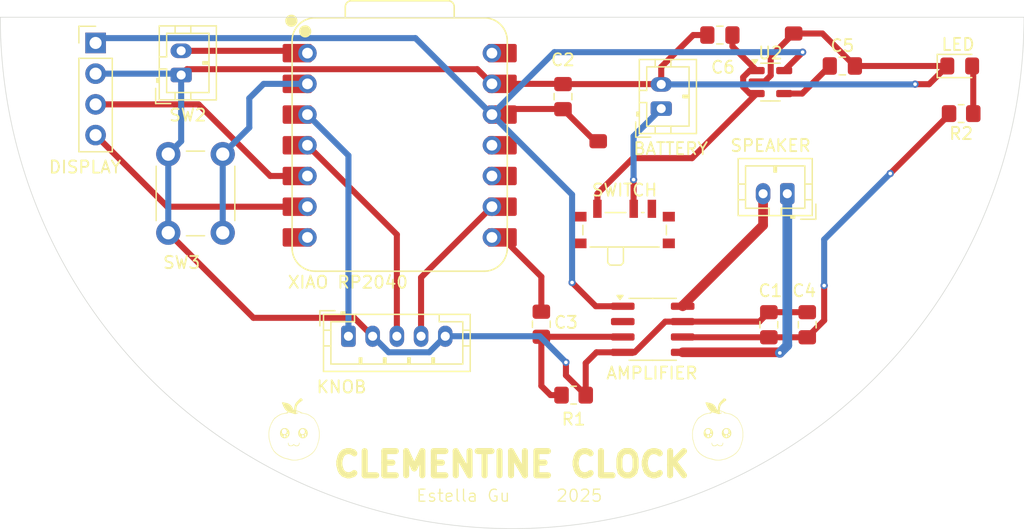
<source format=kicad_pcb>
(kicad_pcb (version 20241229) (generator "pcbnew") (generator_version "9.0")
  (layers (0 "F.Cu" signal) (2 "B.Cu" signal) (13 "F.Paste" user) (15 "B.Paste" user) (5 "F.SilkS" user "F.Silkscreen") (7 "B.SilkS" user "B.Silkscreen") (1 "F.Mask" user) (3 "B.Mask" user) (25 "Edge.Cuts" user))
  (net 0 "")
  (net 1 "/GND")
  (net 2 "Net-(BT1-+)")
  (net 3 "/3V3")
  (net 4 "Net-(U1-GPIO1{slash}RX)")
  (net 5 "Net-(U3-IN+)")
  (net 6 "Net-(D1-A)")
  (net 7 "/SDA")
  (net 8 "/SCL")
  (net 9 "Net-(U3-OUT-)")
  (net 10 "Net-(U3-OUT+)")
  (net 11 "/GPIO29")
  (net 12 "/ENC_BTN")
  (net 13 "/GPIO28")
  (net 14 "Net-(U1-GPIO26{slash}ADC0{slash}A0)")
  (net 15 "Net-(U1-GPIO27{slash}ADC1{slash}A1)")
  (net 25 "Net-(U2-BP)")
  (net 26 "Net-(SW4-A)")
  (footprint "Connector_PinHeader_2.54mm:PinHeader_1x04_P2.54mm_Vertical" (layer "F.Cu") (at 138.572 89.974)
    (property "Reference" "DISPLAY" (at -0.87 10.268 0) (layer "F.SilkS"))
    (property "Value" "LCD _Screen" (hide yes))
    (pad "1" thru_hole rect (at 0 0) (size 1.7 1.7) (drill 1) (layers "*.Cu" "*.Mask") (net 3 "/3V3"))
    (pad "2" thru_hole circle (at 0 2.54) (size 1.7 1.7) (drill 1) (layers "*.Cu" "*.Mask") (net 1 "/GND"))
    (pad "3" thru_hole circle (at 0 5.08) (size 1.7 1.7) (drill 1) (layers "*.Cu" "*.Mask") (net 7 "/SDA"))
    (pad "4" thru_hole circle (at 0 7.62) (size 1.7 1.7) (drill 1) (layers "*.Cu" "*.Mask") (net 8 "/SCL"))
  )
  (footprint "Capacitor_SMD:C_0805_2012Metric_Pad1.18x1.45mm_HandSolder" (layer "F.Cu") (at 177.192 94.4145 90)
    (property "Reference" "C2" (at 3.0435 -0.012 180) (layer "F.SilkS"))
    (property "Value" "22µF" (hide yes))
    (pad "1" smd roundrect (at -1.0375 0 90) (size 1.175 1.45) (layers "F.Cu" "F.Mask" "F.Paste") (roundrect_rratio 0.212766) (net 3 "/3V3"))
    (pad "2" smd roundrect (at 1.0375 0 90) (size 1.175 1.45) (layers "F.Cu" "F.Mask" "F.Paste") (roundrect_rratio 0.212766) (net 1 "/GND"))
  )
  (footprint "" (layer "F.Cu") (at 196.249 89.193 90)
    (property "Reference" "" (at 0 0 90) (layer "F.SilkS") (effects (font (size 1.27 1.27))))
    (property "Value" "")
    (pad "1" smd roundrect (at 0 0 90) (size 1.175 1.45) (layers "F.Cu" "F.Mask" "F.Paste") (roundrect_rratio 0.212766) (net 1 "/GND"))
  )
  (footprint "Button_Switch_SMD:SW_SPDT_PCM12" (layer "F.Cu") (at 182.284 105.12)
    (property "Reference" "SW4" (hide yes))
    (property "Value" "SW_SPST" (hide yes))
    (pad "" smd rect (at -3.65 -0.78) (size 1 0.8) (layers "F.Cu" "F.Mask" "F.Paste"))
    (pad "" smd rect (at -3.65 1.43) (size 1 0.8) (layers "F.Cu" "F.Mask" "F.Paste"))
    (pad "" np_thru_hole circle (at -1.5 0.33) (size 0.9 0.9) (drill 0.9) (layers "*.Cu" "*.Mask"))
    (pad "" np_thru_hole circle (at 1.5 0.33) (size 0.9 0.9) (drill 0.9) (layers "*.Cu" "*.Mask"))
    (pad "" smd rect (at 3.65 -0.78) (size 1 0.8) (layers "F.Cu" "F.Mask" "F.Paste"))
    (pad "" smd rect (at 3.65 1.43) (size 1 0.8) (layers "F.Cu" "F.Mask" "F.Paste"))
    (pad "1" smd rect (at -2.25 -1.43) (size 0.7 1.5) (layers "F.Cu" "F.Mask" "F.Paste") (net 26 "Net-(SW4-A)"))
    (pad "2" smd rect (at 0.75 -1.43) (size 0.7 1.5) (layers "F.Cu" "F.Mask" "F.Paste") (net 2 "Net-(BT1-+)"))
    (pad "3" smd rect (at 2.25 -1.43) (size 0.7 1.5) (layers "F.Cu" "F.Mask" "F.Paste"))
  )
  (footprint "Package_SO:SOIC-8_3.9x4.9mm_P1.27mm" (layer "F.Cu") (at 184.604 113.655)
    (property "Reference" "AMPLIFIER" (at -0.058 3.624 0) (layer "F.SilkS"))
    (property "Value" "PAM8302AAD" (hide yes))
    (pad "1" smd roundrect (at -2.475 -1.905) (size 1.95 0.6) (layers "F.Cu" "F.Mask" "F.Paste") (net 3 "/3V3"))
    (pad "2" smd roundrect (at -2.475 -0.635) (size 1.95 0.6) (layers "F.Cu" "F.Mask" "F.Paste"))
    (pad "3" smd roundrect (at -2.475 0.635) (size 1.95 0.6) (layers "F.Cu" "F.Mask" "F.Paste") (net 5 "Net-(U3-IN+)"))
    (pad "4" smd roundrect (at -2.475 1.905) (size 1.95 0.6) (layers "F.Cu" "F.Mask" "F.Paste") (net 1 "/GND"))
    (pad "5" smd roundrect (at 2.475 1.905) (size 1.95 0.6) (layers "F.Cu" "F.Mask" "F.Paste") (net 10 "Net-(U3-OUT+)"))
    (pad "6" smd roundrect (at 2.475 0.635) (size 1.95 0.6) (layers "F.Cu" "F.Mask" "F.Paste") (net 3 "/3V3"))
    (pad "7" smd roundrect (at 2.475 -0.635) (size 1.95 0.6) (layers "F.Cu" "F.Mask" "F.Paste") (net 1 "/GND"))
    (pad "8" smd roundrect (at 2.475 -1.905) (size 1.95 0.6) (layers "F.Cu" "F.Mask" "F.Paste") (net 9 "Net-(U3-OUT-)"))
  )
  (footprint "Resistor_SMD:R_0805_2012Metric_Pad1.20x1.40mm_HandSolder" (layer "F.Cu") (at 178.069 119.1 180)
    (property "Reference" "R1" (at 0 -1.989 0) (layer "F.SilkS"))
    (property "Value" "100k" (hide yes))
    (pad "1" smd roundrect (at -1 0 180) (size 1.2 1.4) (layers "F.Cu" "F.Mask" "F.Paste") (roundrect_rratio 0.208333) (net 1 "/GND"))
    (pad "2" smd roundrect (at 1 0 180) (size 1.2 1.4) (layers "F.Cu" "F.Mask" "F.Paste") (roundrect_rratio 0.208333) (net 5 "Net-(U3-IN+)"))
  )
  (footprint "Connector_JST:JST_PH_B2B-PH-K_1x02_P2.00mm_Vertical" (layer "F.Cu") (at 145.642 92.625 90)
    (property "Reference" "SW2" (at -3.318 0.55 180) (layer "F.SilkS"))
    (property "Value" "SW_Push" (hide yes))
    (pad "1" thru_hole roundrect (at 0 0 90) (size 1.2 1.75) (drill 0.75) (layers "*.Cu" "*.Mask") (roundrect_rratio 0.208333) (net 1 "/GND"))
    (pad "2" thru_hole oval (at 2 0 90) (size 1.2 1.75) (drill 0.75) (layers "*.Cu" "*.Mask") (net 14 "Net-(U1-GPIO26{slash}ADC0{slash}A0)"))
  )
  (footprint "Capacitor_SMD:C_0805_2012Metric_Pad1.18x1.45mm_HandSolder" (layer "F.Cu") (at 197.373 113.2795 90)
    (property "Reference" "C4" (at 2.8155 -0.254 180) (layer "F.SilkS"))
    (property "Value" "1uF" (hide yes))
    (pad "1" smd roundrect (at -1.0375 0 90) (size 1.175 1.45) (layers "F.Cu" "F.Mask" "F.Paste") (roundrect_rratio 0.212766) (net 3 "/3V3"))
    (pad "2" smd roundrect (at 1.0375 0 90) (size 1.175 1.45) (layers "F.Cu" "F.Mask" "F.Paste") (roundrect_rratio 0.212766) (net 1 "/GND"))
  )
  (footprint "Graphics:orange" (layer "F.Cu") (at 190 122)
    (property "Reference" "G***" (hide yes))
    (property "Value" "LOGO" (hide yes))
  )
  (footprint "Package_TO_SOT_SMD:SOT-23-5" (layer "F.Cu") (at 194.3305 93.21)
    (property "Reference" "U2" (at 0 -2.4 0) (layer "F.SilkS"))
    (property "Value" "MIC5219-3.3YM5" (hide yes))
    (pad "1" smd roundrect (at -1.1375 -0.95) (size 1.325 0.6) (layers "F.Cu" "F.Mask" "F.Paste") (net 26 "Net-(SW4-A)"))
    (pad "2" smd roundrect (at -1.1375 0) (size 1.325 0.6) (layers "F.Cu" "F.Mask" "F.Paste") (net 1 "/GND"))
    (pad "3" smd roundrect (at -1.1375 0.95) (size 1.325 0.6) (layers "F.Cu" "F.Mask" "F.Paste") (net 26 "Net-(SW4-A)"))
    (pad "4" smd roundrect (at 1.1375 0.95) (size 1.325 0.6) (layers "F.Cu" "F.Mask" "F.Paste") (net 25 "Net-(U2-BP)"))
    (pad "5" smd roundrect (at 1.1375 -0.95) (size 1.325 0.6) (layers "F.Cu" "F.Mask" "F.Paste") (net 3 "/3V3"))
  )
  (footprint "Capacitor_SMD:C_0805_2012Metric_Pad1.18x1.45mm_HandSolder" (layer "F.Cu") (at 175.402 113.2365 -90)
    (property "Reference" "C3" (at -0.1485 -2.032 180) (layer "F.SilkS"))
    (property "Value" "0.22uF" (hide yes))
    (pad "1" smd roundrect (at -1.0375 0 270) (size 1.175 1.45) (layers "F.Cu" "F.Mask" "F.Paste") (roundrect_rratio 0.212766) (net 4 "Net-(U1-GPIO1{slash}RX)"))
    (pad "2" smd roundrect (at 1.0375 0 270) (size 1.175 1.45) (layers "F.Cu" "F.Mask" "F.Paste") (roundrect_rratio 0.212766) (net 5 "Net-(U3-IN+)"))
  )
  (footprint "Capacitor_SMD:C_0805_2012Metric_Pad1.18x1.45mm_HandSolder" (layer "F.Cu") (at 200.2725 91.879)
    (property "Reference" "C5" (at 0 -1.68 0) (layer "F.SilkS"))
    (property "Value" "10nF" (hide yes))
    (pad "1" smd roundrect (at -1.0375 0) (size 1.175 1.45) (layers "F.Cu" "F.Mask" "F.Paste") (roundrect_rratio 0.212766) (net 25 "Net-(U2-BP)"))
    (pad "2" smd roundrect (at 1.0375 0) (size 1.175 1.45) (layers "F.Cu" "F.Mask" "F.Paste") (roundrect_rratio 0.212766) (net 1 "/GND"))
  )
  (footprint "Capacitor_SMD:C_0805_2012Metric_Pad1.18x1.45mm_HandSolder" (layer "F.Cu") (at 190.153 89.32)
    (property "Reference" "C6" (at 0.254 2.667 0) (layer "F.SilkS"))
    (property "Value" "4.7uF" (hide yes))
    (pad "1" smd roundrect (at -1.0375 0) (size 1.175 1.45) (layers "F.Cu" "F.Mask" "F.Paste") (roundrect_rratio 0.212766) (net 1 "/GND"))
    (pad "2" smd roundrect (at 1.0375 0) (size 1.175 1.45) (layers "F.Cu" "F.Mask" "F.Paste") (roundrect_rratio 0.212766) (net 26 "Net-(SW4-A)"))
  )
  (footprint "Capacitor_SMD:C_0805_2012Metric_Pad1.18x1.45mm_HandSolder" (layer "F.Cu") (at 194.198 113.2795 90)
    (property "Reference" "C1" (at 2.8155 0.127 180) (layer "F.SilkS"))
    (property "Value" "10 µF" (hide yes))
    (pad "1" smd roundrect (at -1.0375 0 90) (size 1.175 1.45) (layers "F.Cu" "F.Mask" "F.Paste") (roundrect_rratio 0.212766) (net 3 "/3V3"))
    (pad "2" smd roundrect (at 1.0375 0 90) (size 1.175 1.45) (layers "F.Cu" "F.Mask" "F.Paste") (roundrect_rratio 0.212766) (net 1 "/GND"))
  )
  (footprint "Button_Switch_THT:SW_PUSH_6mm" (layer "F.Cu") (at 144.577 105.67 90)
    (property "Reference" "SW3" (at -2.465 1.107 180) (layer "F.SilkS"))
    (property "Value" "SW_Push" (hide yes))
    (pad "1" thru_hole circle (at 0 0 180) (size 2 2) (drill 1.1) (layers "*.Cu" "*.Mask") (net 1 "/GND"))
    (pad "1" thru_hole circle (at 6.5 0 180) (size 2 2) (drill 1.1) (layers "*.Cu" "*.Mask") (net 1 "/GND"))
    (pad "2" thru_hole circle (at 0 4.5 180) (size 2 2) (drill 1.1) (layers "*.Cu" "*.Mask") (net 15 "Net-(U1-GPIO27{slash}ADC1{slash}A1)"))
    (pad "2" thru_hole circle (at 6.5 4.5 180) (size 2 2) (drill 1.1) (layers "*.Cu" "*.Mask") (net 15 "Net-(U1-GPIO27{slash}ADC1{slash}A1)"))
  )
  (footprint "Connector_JST:JST_PH_B5B-PH-K_1x05_P2.00mm_Vertical" (layer "F.Cu") (at 159.464 114.231)
    (property "Reference" "KNOB" (at -0.572 4.191 0) (layer "F.SilkS"))
    (property "Value" "RotaryEncoder_Switch" (hide yes))
    (pad "1" thru_hole roundrect (at 0 0) (size 1.2 1.75) (drill 0.75) (layers "*.Cu" "*.Mask") (roundrect_rratio 0.208333) (net 13 "/GPIO28"))
    (pad "2" thru_hole oval (at 2 0) (size 1.2 1.75) (drill 0.75) (layers "*.Cu" "*.Mask") (net 1 "/GND"))
    (pad "3" thru_hole oval (at 4 0) (size 1.2 1.75) (drill 0.75) (layers "*.Cu" "*.Mask") (net 11 "/GPIO29"))
    (pad "4" thru_hole oval (at 6 0) (size 1.2 1.75) (drill 0.75) (layers "*.Cu" "*.Mask") (net 12 "/ENC_BTN"))
    (pad "5" thru_hole oval (at 8 0) (size 1.2 1.75) (drill 0.75) (layers "*.Cu" "*.Mask") (net 1 "/GND"))
  )
  (footprint "Connector_JST:JST_PH_B2B-PH-K_1x02_P2.00mm_Vertical" (layer "F.Cu") (at 185.308 95.403 90)
    (property "Reference" "BATTERY" (at -3.315 0.781 180) (layer "F.SilkS"))
    (property "Value" "4.5V (3xAA)" (hide yes))
    (pad "1" thru_hole roundrect (at 0 0 90) (size 1.2 1.75) (drill 0.75) (layers "*.Cu" "*.Mask") (roundrect_rratio 0.208333) (net 2 "Net-(BT1-+)"))
    (pad "2" thru_hole oval (at 2 0 90) (size 1.2 1.75) (drill 0.75) (layers "*.Cu" "*.Mask") (net 1 "/GND"))
  )
  (footprint "Graphics:orange" (layer "F.Cu") (at 155 122)
    (property "Reference" "G***" (hide yes))
    (property "Value" "LOGO" (hide yes))
  )
  (footprint "LED_SMD:LED_0805_2012Metric_Pad1.15x1.40mm_HandSolder" (layer "F.Cu") (at 209.971 91.879)
    (property "Reference" "LED" (at -0.136 -1.778 0) (layer "F.SilkS"))
    (property "Value" "LED" (hide yes))
    (pad "1" smd roundrect (at -1.025 0) (size 1.15 1.4) (layers "F.Cu" "F.Mask" "F.Paste") (roundrect_rratio 0.217391) (net 1 "/GND"))
    (pad "2" smd roundrect (at 1.025 0) (size 1.15 1.4) (layers "F.Cu" "F.Mask" "F.Paste") (roundrect_rratio 0.217391) (net 6 "Net-(D1-A)"))
  )
  (footprint "Connector_JST:JST_PH_B2B-PH-K_1x02_P2.00mm_Vertical" (layer "F.Cu") (at 195.725 102.443 180)
    (property "Reference" "SPEAKER" (at 1.381 3.979 180) (layer "F.SilkS"))
    (property "Value" "Speaker" (hide yes))
    (pad "1" thru_hole roundrect (at 0 0 180) (size 1.2 1.75) (drill 0.75) (layers "*.Cu" "*.Mask") (roundrect_rratio 0.208333) (net 10 "Net-(U3-OUT+)"))
    (pad "2" thru_hole oval (at 2 0 180) (size 1.2 1.75) (drill 0.75) (layers "*.Cu" "*.Mask") (net 9 "Net-(U3-OUT-)"))
  )
  (footprint "Resistor_SMD:R_0805_2012Metric_Pad1.20x1.40mm_HandSolder" (layer "F.Cu") (at 210.089 95.816 180)
    (property "Reference" "R2" (at 0 -1.65 0) (layer "F.SilkS"))
    (property "Value" "1k" (hide yes))
    (pad "1" smd roundrect (at -1 0 180) (size 1.2 1.4) (layers "F.Cu" "F.Mask" "F.Paste") (roundrect_rratio 0.208333) (net 6 "Net-(D1-A)"))
    (pad "2" smd roundrect (at 1 0 180) (size 1.2 1.4) (layers "F.Cu" "F.Mask" "F.Paste") (roundrect_rratio 0.208333) (net 3 "/3V3"))
  )
  (footprint "KiCad:XIAO-RP2040-DIP" (layer "F.Cu") (at 163.698 98.4365)
    (property "Reference" "XIAO RP2040" (at -4.279 11.3305 0) (layer "F.SilkS"))
    (property "Value" "XIAO-RP2040-DIP" (hide yes))
    (pad "1" smd roundrect (at -8.455 -7.62 180) (size 2.432 1.524) (layers "F.Cu" "F.Mask") (roundrect_rratio 0.1) (net 14 "Net-(U1-GPIO26{slash}ADC0{slash}A0)"))
    (pad "1" thru_hole circle (at -7.62 -7.62 180) (size 1.524 1.524) (drill 0.889) (layers "*.Cu" "*.Mask") (net 14 "Net-(U1-GPIO26{slash}ADC0{slash}A0)"))
    (pad "2" smd roundrect (at -8.455 -5.08 180) (size 2.432 1.524) (layers "F.Cu" "F.Mask") (roundrect_rratio 0.1) (net 15 "Net-(U1-GPIO27{slash}ADC1{slash}A1)"))
    (pad "2" thru_hole circle (at -7.62 -5.08 180) (size 1.524 1.524) (drill 0.889) (layers "*.Cu" "*.Mask") (net 15 "Net-(U1-GPIO27{slash}ADC1{slash}A1)"))
    (pad "3" smd roundrect (at -8.455 -2.54 180) (size 2.432 1.524) (layers "F.Cu" "F.Mask") (roundrect_rratio 0.1) (net 13 "/GPIO28"))
    (pad "3" thru_hole circle (at -7.62 -2.54 180) (size 1.524 1.524) (drill 0.889) (layers "*.Cu" "*.Mask") (net 13 "/GPIO28"))
    (pad "4" smd roundrect (at -8.455 0 180) (size 2.432 1.524) (layers "F.Cu" "F.Mask") (roundrect_rratio 0.1) (net 11 "/GPIO29"))
    (pad "4" thru_hole circle (at -7.62 0 180) (size 1.524 1.524) (drill 0.889) (layers "*.Cu" "*.Mask") (net 11 "/GPIO29"))
    (pad "5" smd roundrect (at -8.455 2.54 180) (size 2.432 1.524) (layers "F.Cu" "F.Mask") (roundrect_rratio 0.1) (net 7 "/SDA"))
    (pad "5" thru_hole circle (at -7.62 2.54 180) (size 1.524 1.524) (drill 0.889) (layers "*.Cu" "*.Mask") (net 7 "/SDA"))
    (pad "6" smd roundrect (at -8.455 5.08 180) (size 2.432 1.524) (layers "F.Cu" "F.Mask") (roundrect_rratio 0.1) (net 8 "/SCL"))
    (pad "6" thru_hole circle (at -7.62 5.08 180) (size 1.524 1.524) (drill 0.889) (layers "*.Cu" "*.Mask") (net 8 "/SCL"))
    (pad "7" smd roundrect (at -8.455 7.62 180) (size 2.432 1.524) (layers "F.Cu" "F.Mask") (roundrect_rratio 0.1))
    (pad "7" thru_hole circle (at -7.62 7.62 180) (size 1.524 1.524) (drill 0.889) (layers "*.Cu" "*.Mask"))
    (pad "8" thru_hole circle (at 7.62 7.62) (size 1.524 1.524) (drill 0.889) (layers "*.Cu" "*.Mask") (net 4 "Net-(U1-GPIO1{slash}RX)"))
    (pad "8" smd roundrect (at 8.455 7.62) (size 2.432 1.524) (layers "F.Cu" "F.Mask") (roundrect_rratio 0.1) (net 4 "Net-(U1-GPIO1{slash}RX)"))
    (pad "9" thru_hole circle (at 7.62 5.08) (size 1.524 1.524) (drill 0.889) (layers "*.Cu" "*.Mask") (net 12 "/ENC_BTN"))
    (pad "9" smd roundrect (at 8.455 5.08) (size 2.432 1.524) (layers "F.Cu" "F.Mask") (roundrect_rratio 0.1) (net 12 "/ENC_BTN"))
    (pad "10" thru_hole circle (at 7.62 2.54) (size 1.524 1.524) (drill 0.889) (layers "*.Cu" "*.Mask"))
    (pad "10" smd roundrect (at 8.455 2.54) (size 2.432 1.524) (layers "F.Cu" "F.Mask") (roundrect_rratio 0.1))
    (pad "11" thru_hole circle (at 7.62 0) (size 1.524 1.524) (drill 0.889) (layers "*.Cu" "*.Mask"))
    (pad "11" smd roundrect (at 8.455 0) (size 2.432 1.524) (layers "F.Cu" "F.Mask") (roundrect_rratio 0.1))
    (pad "12" thru_hole circle (at 7.62 -2.54) (size 1.524 1.524) (drill 0.889) (layers "*.Cu" "*.Mask") (net 3 "/3V3"))
    (pad "12" smd roundrect (at 8.455 -2.54) (size 2.432 1.524) (layers "F.Cu" "F.Mask") (roundrect_rratio 0.1) (net 3 "/3V3"))
    (pad "13" thru_hole circle (at 7.62 -5.08) (size 1.524 1.524) (drill 0.889) (layers "*.Cu" "*.Mask") (net 1 "/GND"))
    (pad "13" smd roundrect (at 8.455 -5.08) (size 2.432 1.524) (layers "F.Cu" "F.Mask") (roundrect_rratio 0.1) (net 1 "/GND"))
    (pad "14" thru_hole circle (at 7.62 -7.62) (size 1.524 1.524) (drill 0.889) (layers "*.Cu" "*.Mask"))
    (pad "14" smd roundrect (at 8.455 -7.62) (size 2.432 1.524) (layers "F.Cu" "F.Mask") (roundrect_rratio 0.1))
  )
  (footprint "" (layer "F.Cu") (at 180.101 98.102)
    (property "Reference" "" (at 0 0 0) (layer "F.SilkS") (effects (font (size 1.27 1.27))))
    (property "Value" "")
    (pad "1" smd roundrect (at 0 0 90) (size 1.175 1.45) (layers "F.Cu" "F.Mask" "F.Paste") (roundrect_rratio 0.212766) (net 3 "/3V3"))
  )
  (gr_line (start 130.699 87.849) (end 215.281 87.849) (stroke (width 0.05)) (layer "Edge.Cuts"))
  (gr_arc (start 215.281 87.849) (mid 172.99 130.14) (end 130.699 87.849) (stroke (width 0.05)) (layer "Edge.Cuts"))
  (gr_text "CLEMENTINE CLOCK" (at 158 126 0) (layer "F.SilkS") (effects (font (size 2 2) (thickness 0.5) (bold yes)) (justify left bottom)))
  (gr_text "Estella Gu     2025" (at 165 128 0) (layer "F.SilkS") (effects (font (size 1 1) (thickness 0.1)) (justify left bottom)))
  (gr_text "SWITCH" (at 182.279 102.147 0) (layer "F.SilkS") (effects (font (size 1 1))))
  (segment (start 177.434 116.39) (end 177.434 117.465) (width 0.5) (layer "F.Cu") (net 1))
  (segment (start 189.1155 89.32) (end 187.951 89.32) (width 0.5) (layer "F.Cu") (net 1))
  (segment (start 183.103999 115.56) (end 185.643999 113.02) (width 0.5) (layer "F.Cu") (net 1))
  (segment (start 151.614 112.707) (end 144.577 105.67) (width 0.5) (layer "F.Cu") (net 1))
  (segment (start 193.42 113.02) (end 194.198 112.242) (width 0.5) (layer "F.Cu") (net 1))
  (segment (start 208.549 91.879) (end 201.31 91.879) (width 0.5) (layer "F.Cu") (net 1))
  (segment (start 159.94 112.707) (end 151.614 112.707) (width 0.5) (layer "F.Cu") (net 1))
  (segment (start 177.1715 93.3565) (end 177.192 93.377) (width 0.5) (layer "F.Cu") (net 1))
  (segment (start 179.069 119.1) (end 179.069 116.449) (width 0.5) (layer "F.Cu") (net 1))
  (segment (start 187.079 113.02) (end 193.42 113.02) (width 0.5) (layer "F.Cu") (net 1))
  (segment (start 185.308 93.403) (end 185.308 91.963) (width 0.5) (layer "F.Cu") (net 1))
  (segment (start 172.153 93.3565) (end 177.1715 93.3565) (width 0.5) (layer "F.Cu") (net 1))
  (segment (start 185.282 93.377) (end 185.308 93.403) (width 0.5) (layer "F.Cu") (net 1))
  (segment (start 161.464 114.231) (end 159.94 112.707) (width 0.5) (layer "F.Cu") (net 1))
  (segment (start 185.643999 113.02) (end 187.079 113.02) (width 0.5) (layer "F.Cu") (net 1))
  (segment (start 145.642 92.625) (end 146.1235 92.1435) (width 0.5) (layer "F.Cu") (net 1))
  (segment (start 198.624 89.193) (end 201.31 91.879) (width 0.5) (layer "F.Cu") (net 1))
  (segment (start 207.441 93.384) (end 208.946 91.879) (width 0.5) (layer "F.Cu") (net 1))
  (segment (start 170.105 92.1435) (end 171.318 93.3565) (width 0.5) (layer "F.Cu") (net 1))
  (segment (start 208.803 91.879) (end 208.676 91.752) (width 0.5) (layer "F.Cu") (net 1))
  (segment (start 177.234 93.419) (end 177.192 93.377) (width 0.5) (layer "F.Cu") (net 1))
  (segment (start 193.193 93.21) (end 193.8076 93.21) (width 0.5) (layer "F.Cu") (net 1))
  (segment (start 194.3545 92.6631) (end 194.3545 91.0875) (width 0.5) (layer "F.Cu") (net 1))
  (segment (start 194.3545 91.0875) (end 196.249 89.193) (width 0.5) (layer "F.Cu") (net 1))
  (segment (start 182.129 115.56) (end 183.103999 115.56) (width 0.5) (layer "F.Cu") (net 1))
  (segment (start 146.1235 92.1435) (end 170.105 92.1435) (width 0.5) (layer "F.Cu") (net 1))
  (segment (start 208.676 91.752) (end 208.549 91.879) (width 0.5) (layer "F.Cu") (net 1))
  (segment (start 194.198 112.242) (end 197.373 112.242) (width 0.5) (layer "F.Cu") (net 1))
  (segment (start 177.192 93.377) (end 185.282 93.377) (width 0.5) (layer "F.Cu") (net 1))
  (segment (start 193.8076 93.21) (end 194.3545 92.6631) (width 0.5) (layer "F.Cu") (net 1))
  (segment (start 187.951 89.32) (end 185.308 91.963) (width 0.5) (layer "F.Cu") (net 1))
  (segment (start 196.249 89.193) (end 198.624 89.193) (width 0.5) (layer "F.Cu") (net 1))
  (segment (start 206.282 93.384) (end 207.441 93.384) (width 0.5) (layer "F.Cu") (net 1))
  (segment (start 208.946 91.879) (end 208.803 91.879) (width 0.5) (layer "F.Cu") (net 1))
  (segment (start 177.434 117.465) (end 179.069 119.1) (width 0.5) (layer "F.Cu") (net 1))
  (segment (start 179.069 116.449) (end 179.958 115.56) (width 0.5) (layer "F.Cu") (net 1))
  (segment (start 179.958 115.56) (end 182.129 115.56) (width 0.5) (layer "F.Cu") (net 1))
  (via (at 177.434 116.39) (size 0.6) (drill 0.3) (layers "F.Cu" "B.Cu") (net 1))
  (via (at 206.282 93.384) (size 0.6) (drill 0.3) (layers "F.Cu" "B.Cu") (net 1))
  (segment (start 145.642 98.105) (end 145.642 92.625) (width 0.5) (layer "B.Cu") (net 1))
  (segment (start 167.464 114.231) (end 166.138 115.557) (width 0.5) (layer "B.Cu") (net 1))
  (segment (start 175.275 114.231) (end 177.434 116.39) (width 0.5) (layer "B.Cu") (net 1))
  (segment (start 144.577 105.67) (end 144.577 99.17) (width 0.5) (layer "B.Cu") (net 1))
  (segment (start 138.572 92.514) (end 145.531 92.514) (width 0.5) (layer "B.Cu") (net 1))
  (segment (start 185.308 93.403) (end 206.263 93.403) (width 0.5) (layer "B.Cu") (net 1))
  (segment (start 144.577 99.17) (end 145.642 98.105) (width 0.5) (layer "B.Cu") (net 1))
  (segment (start 162.79 115.557) (end 161.464 114.231) (width 0.5) (layer "B.Cu") (net 1))
  (segment (start 145.531 92.514) (end 145.642 92.625) (width 0.5) (layer "B.Cu") (net 1))
  (segment (start 167.464 114.231) (end 175.275 114.231) (width 0.5) (layer "B.Cu") (net 1))
  (segment (start 206.263 93.403) (end 206.282 93.384) (width 0.5) (layer "B.Cu") (net 1))
  (segment (start 166.138 115.557) (end 162.79 115.557) (width 0.5) (layer "B.Cu") (net 1))
  (segment (start 183.022 101.277) (end 183.022 103.678) (width 0.5) (layer "F.Cu") (net 2))
  (segment (start 183.022 103.678) (end 183.034 103.69) (width 0.5) (layer "F.Cu") (net 2))
  (via (at 183.022 101.277) (size 0.6) (drill 0.3) (layers "F.Cu" "B.Cu") (net 2))
  (segment (start 183.022 97.689) (end 183.022 101.277) (width 0.5) (layer "B.Cu") (net 2))
  (segment (start 185.308 95.403) (end 183.022 97.689) (width 0.5) (layer "B.Cu") (net 2))
  (segment (start 179.842 98.102) (end 177.192 95.452) (width 0.5) (layer "F.Cu") (net 3))
  (segment (start 198.77 112.92) (end 197.373 114.317) (width 0.5) (layer "F.Cu") (net 3))
  (segment (start 179.906 111.75) (end 182.129 111.75) (width 0.5) (layer "F.Cu") (net 3))
  (segment (start 172.153 95.8965) (end 172.6145 95.435) (width 0.5) (layer "F.Cu") (net 3))
  (segment (start 195.468 92.26) (end 196.992 90.736) (width 0.5) (layer "F.Cu") (net 3))
  (segment (start 204.231 100.769) (end 209.089 95.911) (width 0.5) (layer "F.Cu") (net 3))
  (segment (start 194.198 114.317) (end 197.373 114.317) (width 0.5) (layer "F.Cu") (net 3))
  (segment (start 177.175 95.435) (end 177.192 95.452) (width 0.5) (layer "F.Cu") (net 3))
  (segment (start 209.089 95.911) (end 209.089 95.816) (width 0.5) (layer "F.Cu") (net 3))
  (segment (start 180.101 98.102) (end 179.842 98.102) (width 0.5) (layer "F.Cu") (net 3))
  (segment (start 177.942 109.786) (end 179.906 111.75) (width 0.5) (layer "F.Cu") (net 3))
  (segment (start 187.106 114.317) (end 187.079 114.29) (width 0.5) (layer "F.Cu") (net 3))
  (segment (start 194.198 114.317) (end 187.106 114.317) (width 0.5) (layer "F.Cu") (net 3))
  (segment (start 198.77 110.04) (end 198.77 112.92) (width 0.5) (layer "F.Cu") (net 3))
  (segment (start 172.6145 95.435) (end 177.175 95.435) (width 0.5) (layer "F.Cu") (net 3))
  (via (at 204.231 100.769) (size 0.6) (drill 0.3) (layers "F.Cu" "B.Cu") (net 3))
  (via (at 177.942 109.786) (size 0.6) (drill 0.3) (layers "F.Cu" "B.Cu") (net 3))
  (via (at 198.77 110.04) (size 0.6) (drill 0.3) (layers "F.Cu" "B.Cu") (net 3))
  (via (at 196.992 90.736) (size 0.6) (drill 0.3) (layers "F.Cu" "B.Cu") (net 3))
  (segment (start 138.572 89.974) (end 138.972 89.574) (width 0.5) (layer "B.Cu") (net 3))
  (segment (start 171.318 95.8965) (end 177.942 102.5205) (width 0.5) (layer "B.Cu") (net 3))
  (segment (start 176.4785 90.736) (end 171.318 95.8965) (width 0.5) (layer "B.Cu") (net 3))
  (segment (start 164.9955 89.574) (end 171.318 95.8965) (width 0.5) (layer "B.Cu") (net 3))
  (segment (start 198.77 106.23) (end 204.231 100.769) (width 0.5) (layer "B.Cu") (net 3))
  (segment (start 177.942 102.5205) (end 177.942 109.786) (width 0.5) (layer "B.Cu") (net 3))
  (segment (start 198.77 110.04) (end 198.77 106.23) (width 0.5) (layer "B.Cu") (net 3))
  (segment (start 138.972 89.574) (end 164.9955 89.574) (width 0.5) (layer "B.Cu") (net 3))
  (segment (start 196.992 90.736) (end 176.4785 90.736) (width 0.5) (layer "B.Cu") (net 3))
  (segment (start 175.402 112.199) (end 175.402 109.3055) (width 0.5) (layer "F.Cu") (net 4))
  (segment (start 175.402 109.3055) (end 172.153 106.0565) (width 0.5) (layer "F.Cu") (net 4))
  (segment (start 182.113 114.274) (end 182.129 114.29) (width 0.5) (layer "F.Cu") (net 5))
  (segment (start 177.069 119.1) (end 176.164 119.1) (width 0.5) (layer "F.Cu") (net 5))
  (segment (start 175.402 118.338) (end 175.402 114.274) (width 0.5) (layer "F.Cu") (net 5))
  (segment (start 175.402 114.274) (end 182.113 114.274) (width 0.5) (layer "F.Cu") (net 5))
  (segment (start 176.164 119.1) (end 175.402 118.338) (width 0.5) (layer "F.Cu") (net 5))
  (segment (start 211.089 91.972) (end 210.996 91.879) (width 0.5) (layer "F.Cu") (net 6))
  (segment (start 211.089 95.816) (end 211.089 91.972) (width 0.5) (layer "F.Cu") (net 6))
  (segment (start 147.081 95.054) (end 153.0035 100.9765) (width 0.5) (layer "F.Cu") (net 7))
  (segment (start 153.0035 100.9765) (end 156.078 100.9765) (width 0.5) (layer "F.Cu") (net 7))
  (segment (start 138.572 95.054) (end 147.081 95.054) (width 0.5) (layer "F.Cu") (net 7))
  (segment (start 144.4945 103.5165) (end 156.078 103.5165) (width 0.5) (layer "F.Cu") (net 8))
  (segment (start 138.572 97.594) (end 144.4945 103.5165) (width 0.5) (layer "F.Cu") (net 8))
  (segment (start 193.725 105.052) (end 193.725 102.443) (width 0.8) (layer "F.Cu") (net 9))
  (segment (start 187.079 111.75) (end 187.079 111.698) (width 0.8) (layer "F.Cu") (net 9))
  (segment (start 187.079 111.698) (end 193.725 105.052) (width 0.8) (layer "F.Cu") (net 9))
  (segment (start 187.079 115.56) (end 195.057 115.56) (width 0.8) (layer "F.Cu") (net 10))
  (segment (start 195.057 115.56) (end 195.106 115.609) (width 0.8) (layer "F.Cu") (net 10))
  (via (at 195.106 115.609) (size 0.6) (drill 0.3) (layers "F.Cu" "B.Cu") (net 10))
  (segment (start 195.106 115.609) (end 195.725 114.99) (width 0.8) (layer "B.Cu") (net 10))
  (segment (start 195.725 114.99) (end 195.725 102.443) (width 0.8) (layer "B.Cu") (net 10))
  (segment (start 163.464 105.8225) (end 156.078 98.4365) (width 0.5) (layer "F.Cu") (net 11))
  (segment (start 163.464 114.231) (end 163.464 105.8225) (width 0.5) (layer "F.Cu") (net 11))
  (segment (start 165.464 114.231) (end 165.464 109.3705) (width 0.5) (layer "F.Cu") (net 12))
  (segment (start 165.464 109.3705) (end 171.318 103.5165) (width 0.5) (layer "F.Cu") (net 12))
  (segment (start 159.464 114.231) (end 159.464 99.2825) (width 0.5) (layer "B.Cu") (net 13))
  (segment (start 159.464 99.2825) (end 156.078 95.8965) (width 0.5) (layer "B.Cu") (net 13))
  (segment (start 145.642 90.625) (end 155.8865 90.625) (width 0.5) (layer "F.Cu") (net 14))
  (segment (start 155.8865 90.625) (end 156.078 90.8165) (width 0.5) (layer "F.Cu") (net 14))
  (segment (start 149.077 99.17) (end 151.272 96.975) (width 0.5) (layer "B.Cu") (net 15))
  (segment (start 151.272 94.546) (end 152.4615 93.3565) (width 0.5) (layer "B.Cu") (net 15))
  (segment (start 152.4615 93.3565) (end 156.078 93.3565) (width 0.5) (layer "B.Cu") (net 15))
  (segment (start 149.077 105.67) (end 149.077 99.17) (width 0.5) (layer "B.Cu") (net 15))
  (segment (start 151.272 96.975) (end 151.272 94.546) (width 0.5) (layer "B.Cu") (net 15))
  (segment (start 195.468 94.16) (end 196.954 94.16) (width 0.5) (layer "F.Cu") (net 25))
  (segment (start 196.954 94.16) (end 199.235 91.879) (width 0.5) (layer "F.Cu") (net 25))
  (segment (start 192.6264 94.16) (end 193.193 94.16) (width 0.5) (layer "F.Cu") (net 26))
  (segment (start 182.975 99.499) (end 187.854 99.499) (width 0.5) (layer "F.Cu") (net 26))
  (segment (start 192.0795 92.8069) (end 192.0795 93.6131) (width 0.5) (layer "F.Cu") (net 26))
  (segment (start 192.6264 92.26) (end 192.0795 92.8069) (width 0.5) (layer "F.Cu") (net 26))
  (segment (start 192.0795 93.6131) (end 192.6264 94.16) (width 0.5) (layer "F.Cu") (net 26))
  (segment (start 180.034 103.69) (end 180.034 102.44) (width 0.5) (layer "F.Cu") (net 26))
  (segment (start 187.854 99.499) (end 193.193 94.16) (width 0.5) (layer "F.Cu") (net 26))
  (segment (start 180.034 102.44) (end 182.975 99.499) (width 0.5) (layer "F.Cu") (net 26))
  (segment (start 191.1905 90.2575) (end 193.193 92.26) (width 0.5) (layer "F.Cu") (net 26))
  (segment (start 193.193 92.26) (end 192.6264 92.26) (width 0.5) (layer "F.Cu") (net 26))
  (segment (start 191.1905 89.32) (end 191.1905 90.2575) (width 0.5) (layer "F.Cu") (net 26))
)
</source>
